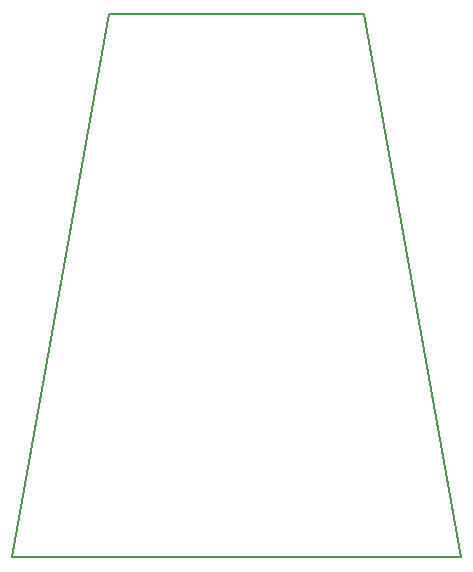
<source format=gbr>
G04 #@! TF.GenerationSoftware,KiCad,Pcbnew,(5.99.0-2290-gd34f8fd4b)*
G04 #@! TF.CreationDate,2020-11-06T19:29:51+01:00*
G04 #@! TF.ProjectId,Tympan-Nya,54796d70-616e-42d4-9e79-612e6b696361,rev?*
G04 #@! TF.SameCoordinates,PX6d878d0PY72e6100*
G04 #@! TF.FileFunction,Profile,NP*
%FSLAX46Y46*%
G04 Gerber Fmt 4.6, Leading zero omitted, Abs format (unit mm)*
G04 Created by KiCad (PCBNEW (5.99.0-2290-gd34f8fd4b)) date 2020-11-06 19:29:51*
%MOMM*%
%LPD*%
G01*
G04 APERTURE LIST*
G04 #@! TA.AperFunction,Profile*
%ADD10C,0.150000*%
G04 #@! TD*
G04 APERTURE END LIST*
D10*
X-12691200Y53347800D02*
X-34332000Y53347800D01*
X-4514000Y7339600D02*
X-12691200Y53347800D01*
X-42512400Y7339600D02*
X-4514000Y7339600D01*
X-34332000Y53347800D02*
X-42512400Y7339600D01*
M02*

</source>
